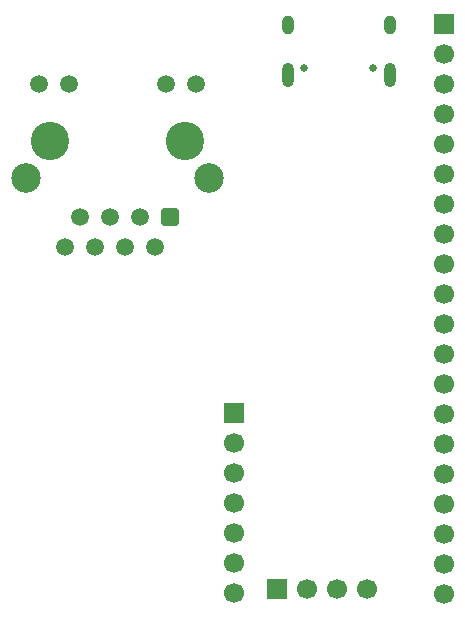
<source format=gbr>
%TF.GenerationSoftware,KiCad,Pcbnew,9.0.7*%
%TF.CreationDate,2026-01-11T23:40:52+05:30*%
%TF.ProjectId,ntp-devboard,6e74702d-6465-4766-926f-6172642e6b69,rev?*%
%TF.SameCoordinates,Original*%
%TF.FileFunction,Soldermask,Bot*%
%TF.FilePolarity,Negative*%
%FSLAX46Y46*%
G04 Gerber Fmt 4.6, Leading zero omitted, Abs format (unit mm)*
G04 Created by KiCad (PCBNEW 9.0.7) date 2026-01-11 23:40:52*
%MOMM*%
%LPD*%
G01*
G04 APERTURE LIST*
G04 Aperture macros list*
%AMRoundRect*
0 Rectangle with rounded corners*
0 $1 Rounding radius*
0 $2 $3 $4 $5 $6 $7 $8 $9 X,Y pos of 4 corners*
0 Add a 4 corners polygon primitive as box body*
4,1,4,$2,$3,$4,$5,$6,$7,$8,$9,$2,$3,0*
0 Add four circle primitives for the rounded corners*
1,1,$1+$1,$2,$3*
1,1,$1+$1,$4,$5*
1,1,$1+$1,$6,$7*
1,1,$1+$1,$8,$9*
0 Add four rect primitives between the rounded corners*
20,1,$1+$1,$2,$3,$4,$5,0*
20,1,$1+$1,$4,$5,$6,$7,0*
20,1,$1+$1,$6,$7,$8,$9,0*
20,1,$1+$1,$8,$9,$2,$3,0*%
G04 Aperture macros list end*
%ADD10R,1.700000X1.700000*%
%ADD11C,1.700000*%
%ADD12C,0.650000*%
%ADD13O,1.000000X2.100000*%
%ADD14O,1.000000X1.600000*%
%ADD15C,3.250000*%
%ADD16RoundRect,0.250500X0.499500X0.499500X-0.499500X0.499500X-0.499500X-0.499500X0.499500X-0.499500X0*%
%ADD17C,1.500000*%
%ADD18C,2.500000*%
G04 APERTURE END LIST*
D10*
%TO.C,J4*%
X148190000Y-131250000D03*
D11*
X150730000Y-131250000D03*
X153270000Y-131250000D03*
X155810000Y-131250000D03*
%TD*%
D10*
%TO.C,J2*%
X144500000Y-116380000D03*
D11*
X144500000Y-118920000D03*
X144500000Y-121460000D03*
X144500000Y-124000000D03*
X144500000Y-126540000D03*
X144500000Y-129080000D03*
X144500000Y-131620000D03*
%TD*%
D12*
%TO.C,J1*%
X156265000Y-87200000D03*
X150485000Y-87200000D03*
D13*
X157695000Y-87730000D03*
D14*
X157695000Y-83550000D03*
D13*
X149055000Y-87730000D03*
D14*
X149055000Y-83550000D03*
%TD*%
D15*
%TO.C,J6*%
X140355000Y-93400000D03*
X128925000Y-93400000D03*
D16*
X139080000Y-99760000D03*
D17*
X137820000Y-102300000D03*
X136540000Y-99760000D03*
X135280000Y-102300000D03*
X134000000Y-99760000D03*
X132740000Y-102300000D03*
X131460000Y-99760000D03*
X130200000Y-102300000D03*
X141265000Y-88500000D03*
X138725000Y-88500000D03*
X130555000Y-88500000D03*
X128015000Y-88500000D03*
D18*
X142385000Y-96450000D03*
X126895000Y-96450000D03*
%TD*%
D10*
%TO.C,J3*%
X162265000Y-83470000D03*
D11*
X162265000Y-86010000D03*
X162265000Y-88550000D03*
X162265000Y-91090000D03*
X162265000Y-93630000D03*
X162265000Y-96170000D03*
X162265000Y-98710000D03*
X162265000Y-101250000D03*
X162265000Y-103790000D03*
X162265000Y-106330000D03*
X162265000Y-108870000D03*
X162265000Y-111410000D03*
X162265000Y-113950000D03*
X162265000Y-116490000D03*
X162265000Y-119030000D03*
X162265000Y-121570000D03*
X162265000Y-124110000D03*
X162265000Y-126650000D03*
X162265000Y-129190000D03*
X162265000Y-131730000D03*
%TD*%
M02*

</source>
